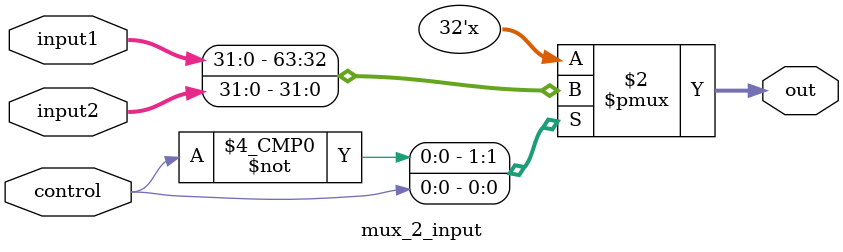
<source format=sv>
module mux_2_input
#(parameter size = 32)
(
	input [size - 1 : 0] input1,
	input [size - 1 : 0] input2,
	output reg [size - 1 : 0] out,
	input control
);

always_comb
	case(control)
		0: 			out = input1; 
		1: 			out = input2;
		default: 	out = input1;
	endcase
endmodule


</source>
